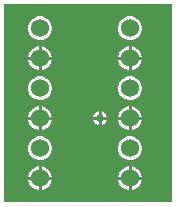
<source format=gbl>
G04*
G04 #@! TF.GenerationSoftware,Altium Limited,Altium Designer,23.1.1 (15)*
G04*
G04 Layer_Physical_Order=2*
G04 Layer_Color=16711680*
%FSLAX44Y44*%
%MOMM*%
G71*
G04*
G04 #@! TF.SameCoordinates,D4A6E2A1-82A2-41B1-AD13-0731C62F89D9*
G04*
G04*
G04 #@! TF.FilePolarity,Positive*
G04*
G01*
G75*
%ADD19C,1.5240*%
%ADD20C,0.6350*%
G36*
X147220Y5179D02*
X5179D01*
Y172621D01*
X147220D01*
Y5179D01*
D02*
G37*
%LPC*%
G36*
X113098Y162560D02*
X110422D01*
X107838Y161868D01*
X105522Y160530D01*
X103630Y158638D01*
X102292Y156322D01*
X101600Y153738D01*
Y151062D01*
X102292Y148478D01*
X103630Y146162D01*
X105522Y144270D01*
X107838Y142932D01*
X110422Y142240D01*
X113098D01*
X115682Y142932D01*
X117998Y144270D01*
X119890Y146162D01*
X121228Y148478D01*
X121920Y151062D01*
Y153738D01*
X121228Y156322D01*
X119890Y158638D01*
X117998Y160530D01*
X115682Y161868D01*
X113098Y162560D01*
D02*
G37*
G36*
X36898D02*
X34222D01*
X31638Y161868D01*
X29322Y160530D01*
X27430Y158638D01*
X26092Y156322D01*
X25400Y153738D01*
Y151062D01*
X26092Y148478D01*
X27430Y146162D01*
X29322Y144270D01*
X31638Y142932D01*
X34222Y142240D01*
X36898D01*
X39482Y142932D01*
X41798Y144270D01*
X43690Y146162D01*
X45028Y148478D01*
X45720Y151062D01*
Y153738D01*
X45028Y156322D01*
X43690Y158638D01*
X41798Y160530D01*
X39482Y161868D01*
X36898Y162560D01*
D02*
G37*
G36*
X113098Y137160D02*
X113030D01*
Y128270D01*
X121920D01*
Y128338D01*
X121228Y130922D01*
X119890Y133238D01*
X117998Y135130D01*
X115682Y136468D01*
X113098Y137160D01*
D02*
G37*
G36*
X36898D02*
X36830D01*
Y128270D01*
X45720D01*
Y128338D01*
X45028Y130922D01*
X43690Y133238D01*
X41798Y135130D01*
X39482Y136468D01*
X36898Y137160D01*
D02*
G37*
G36*
X110490D02*
X110422D01*
X107838Y136468D01*
X105522Y135130D01*
X103630Y133238D01*
X102292Y130922D01*
X101600Y128338D01*
Y128270D01*
X110490D01*
Y137160D01*
D02*
G37*
G36*
X34290D02*
X34222D01*
X31638Y136468D01*
X29322Y135130D01*
X27430Y133238D01*
X26092Y130922D01*
X25400Y128338D01*
Y128270D01*
X34290D01*
Y137160D01*
D02*
G37*
G36*
X121920Y125730D02*
X113030D01*
Y116840D01*
X113098D01*
X115682Y117532D01*
X117998Y118870D01*
X119890Y120762D01*
X121228Y123078D01*
X121920Y125662D01*
Y125730D01*
D02*
G37*
G36*
X110490D02*
X101600D01*
Y125662D01*
X102292Y123078D01*
X103630Y120762D01*
X105522Y118870D01*
X107838Y117532D01*
X110422Y116840D01*
X110490D01*
Y125730D01*
D02*
G37*
G36*
X45720D02*
X36830D01*
Y116840D01*
X36898D01*
X39482Y117532D01*
X41798Y118870D01*
X43690Y120762D01*
X45028Y123078D01*
X45720Y125662D01*
Y125730D01*
D02*
G37*
G36*
X34290D02*
X25400D01*
Y125662D01*
X26092Y123078D01*
X27430Y120762D01*
X29322Y118870D01*
X31638Y117532D01*
X34222Y116840D01*
X34290D01*
Y125730D01*
D02*
G37*
G36*
X113098Y111760D02*
X110422D01*
X107838Y111068D01*
X105522Y109730D01*
X103630Y107838D01*
X102292Y105522D01*
X101600Y102938D01*
Y100262D01*
X102292Y97678D01*
X103630Y95362D01*
X105522Y93470D01*
X107838Y92132D01*
X110422Y91440D01*
X113098D01*
X115682Y92132D01*
X117998Y93470D01*
X119890Y95362D01*
X121228Y97678D01*
X121920Y100262D01*
Y102938D01*
X121228Y105522D01*
X119890Y107838D01*
X117998Y109730D01*
X115682Y111068D01*
X113098Y111760D01*
D02*
G37*
G36*
X36898D02*
X34222D01*
X31638Y111068D01*
X29322Y109730D01*
X27430Y107838D01*
X26092Y105522D01*
X25400Y102938D01*
Y100262D01*
X26092Y97678D01*
X27430Y95362D01*
X29322Y93470D01*
X31638Y92132D01*
X34222Y91440D01*
X36898D01*
X39482Y92132D01*
X41798Y93470D01*
X43690Y95362D01*
X45028Y97678D01*
X45720Y100262D01*
Y102938D01*
X45028Y105522D01*
X43690Y107838D01*
X41798Y109730D01*
X39482Y111068D01*
X36898Y111760D01*
D02*
G37*
G36*
X113098Y86360D02*
X113030D01*
Y77470D01*
X121920D01*
Y77538D01*
X121228Y80122D01*
X119890Y82438D01*
X117998Y84330D01*
X115682Y85668D01*
X113098Y86360D01*
D02*
G37*
G36*
X36898D02*
X36830D01*
Y77470D01*
X45720D01*
Y77538D01*
X45028Y80122D01*
X43690Y82438D01*
X41798Y84330D01*
X39482Y85668D01*
X36898Y86360D01*
D02*
G37*
G36*
X87630Y81860D02*
Y77470D01*
X92020D01*
X91205Y79437D01*
X89597Y81045D01*
X87630Y81860D01*
D02*
G37*
G36*
X85090D02*
X83123Y81045D01*
X81515Y79437D01*
X80700Y77470D01*
X85090D01*
Y81860D01*
D02*
G37*
G36*
X110490Y86360D02*
X110422D01*
X107838Y85668D01*
X105522Y84330D01*
X103630Y82438D01*
X102292Y80122D01*
X101600Y77538D01*
Y77470D01*
X110490D01*
Y86360D01*
D02*
G37*
G36*
X34290D02*
X34222D01*
X31638Y85668D01*
X29322Y84330D01*
X27430Y82438D01*
X26092Y80122D01*
X25400Y77538D01*
Y77470D01*
X34290D01*
Y86360D01*
D02*
G37*
G36*
X92020Y74930D02*
X87630D01*
Y70540D01*
X89597Y71355D01*
X91205Y72963D01*
X92020Y74930D01*
D02*
G37*
G36*
X85090D02*
X80700D01*
X81515Y72963D01*
X83123Y71355D01*
X85090Y70540D01*
Y74930D01*
D02*
G37*
G36*
X121920D02*
X113030D01*
Y66040D01*
X113098D01*
X115682Y66732D01*
X117998Y68070D01*
X119890Y69962D01*
X121228Y72278D01*
X121920Y74862D01*
Y74930D01*
D02*
G37*
G36*
X110490D02*
X101600D01*
Y74862D01*
X102292Y72278D01*
X103630Y69962D01*
X105522Y68070D01*
X107838Y66732D01*
X110422Y66040D01*
X110490D01*
Y74930D01*
D02*
G37*
G36*
X45720D02*
X36830D01*
Y66040D01*
X36898D01*
X39482Y66732D01*
X41798Y68070D01*
X43690Y69962D01*
X45028Y72278D01*
X45720Y74862D01*
Y74930D01*
D02*
G37*
G36*
X34290D02*
X25400D01*
Y74862D01*
X26092Y72278D01*
X27430Y69962D01*
X29322Y68070D01*
X31638Y66732D01*
X34222Y66040D01*
X34290D01*
Y74930D01*
D02*
G37*
G36*
X113098Y60960D02*
X110422D01*
X107838Y60268D01*
X105522Y58930D01*
X103630Y57038D01*
X102292Y54722D01*
X101600Y52138D01*
Y49462D01*
X102292Y46878D01*
X103630Y44562D01*
X105522Y42670D01*
X107838Y41332D01*
X110422Y40640D01*
X113098D01*
X115682Y41332D01*
X117998Y42670D01*
X119890Y44562D01*
X121228Y46878D01*
X121920Y49462D01*
Y52138D01*
X121228Y54722D01*
X119890Y57038D01*
X117998Y58930D01*
X115682Y60268D01*
X113098Y60960D01*
D02*
G37*
G36*
X36898D02*
X34222D01*
X31638Y60268D01*
X29322Y58930D01*
X27430Y57038D01*
X26092Y54722D01*
X25400Y52138D01*
Y49462D01*
X26092Y46878D01*
X27430Y44562D01*
X29322Y42670D01*
X31638Y41332D01*
X34222Y40640D01*
X36898D01*
X39482Y41332D01*
X41798Y42670D01*
X43690Y44562D01*
X45028Y46878D01*
X45720Y49462D01*
Y52138D01*
X45028Y54722D01*
X43690Y57038D01*
X41798Y58930D01*
X39482Y60268D01*
X36898Y60960D01*
D02*
G37*
G36*
X113098Y35560D02*
X113030D01*
Y26670D01*
X121920D01*
Y26738D01*
X121228Y29322D01*
X119890Y31638D01*
X117998Y33530D01*
X115682Y34868D01*
X113098Y35560D01*
D02*
G37*
G36*
X36898D02*
X36830D01*
Y26670D01*
X45720D01*
Y26738D01*
X45028Y29322D01*
X43690Y31638D01*
X41798Y33530D01*
X39482Y34868D01*
X36898Y35560D01*
D02*
G37*
G36*
X110490D02*
X110422D01*
X107838Y34868D01*
X105522Y33530D01*
X103630Y31638D01*
X102292Y29322D01*
X101600Y26738D01*
Y26670D01*
X110490D01*
Y35560D01*
D02*
G37*
G36*
X34290D02*
X34222D01*
X31638Y34868D01*
X29322Y33530D01*
X27430Y31638D01*
X26092Y29322D01*
X25400Y26738D01*
Y26670D01*
X34290D01*
Y35560D01*
D02*
G37*
G36*
X121920Y24130D02*
X113030D01*
Y15240D01*
X113098D01*
X115682Y15932D01*
X117998Y17270D01*
X119890Y19162D01*
X121228Y21478D01*
X121920Y24062D01*
Y24130D01*
D02*
G37*
G36*
X110490D02*
X101600D01*
Y24062D01*
X102292Y21478D01*
X103630Y19162D01*
X105522Y17270D01*
X107838Y15932D01*
X110422Y15240D01*
X110490D01*
Y24130D01*
D02*
G37*
G36*
X45720D02*
X36830D01*
Y15240D01*
X36898D01*
X39482Y15932D01*
X41798Y17270D01*
X43690Y19162D01*
X45028Y21478D01*
X45720Y24062D01*
Y24130D01*
D02*
G37*
G36*
X34290D02*
X25400D01*
Y24062D01*
X26092Y21478D01*
X27430Y19162D01*
X29322Y17270D01*
X31638Y15932D01*
X34222Y15240D01*
X34290D01*
Y24130D01*
D02*
G37*
%LPD*%
D19*
X111760Y152400D02*
D03*
Y127000D02*
D03*
Y101600D02*
D03*
Y76200D02*
D03*
Y25400D02*
D03*
Y50800D02*
D03*
X35560Y152400D02*
D03*
Y127000D02*
D03*
Y101600D02*
D03*
Y76200D02*
D03*
Y25400D02*
D03*
Y50800D02*
D03*
D20*
X86360Y76200D02*
D03*
M02*

</source>
